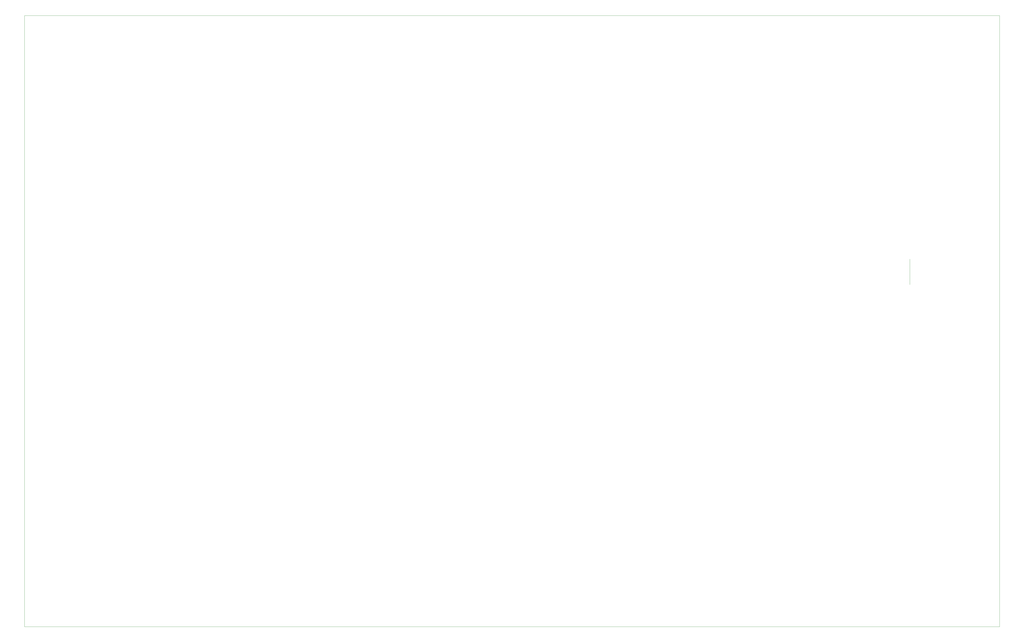
<source format=gbr>
%TF.GenerationSoftware,KiCad,Pcbnew,7.0.2-0*%
%TF.CreationDate,2023-05-09T19:36:01+07:00*%
%TF.ProjectId,esp32 wroom,65737033-3220-4777-926f-6f6d2e6b6963,rev?*%
%TF.SameCoordinates,Original*%
%TF.FileFunction,Profile,NP*%
%FSLAX46Y46*%
G04 Gerber Fmt 4.6, Leading zero omitted, Abs format (unit mm)*
G04 Created by KiCad (PCBNEW 7.0.2-0) date 2023-05-09 19:36:01*
%MOMM*%
%LPD*%
G01*
G04 APERTURE LIST*
%TA.AperFunction,Profile*%
%ADD10C,0.100000*%
%TD*%
G04 APERTURE END LIST*
D10*
X4318000Y-11938000D02*
X402590000Y-11938000D01*
X402590000Y-261620000D01*
X4318000Y-261620000D01*
X4318000Y-11938000D01*
%TO.C,RV1*%
X365934000Y-121826000D02*
X365934000Y-111426000D01*
%TD*%
M02*

</source>
